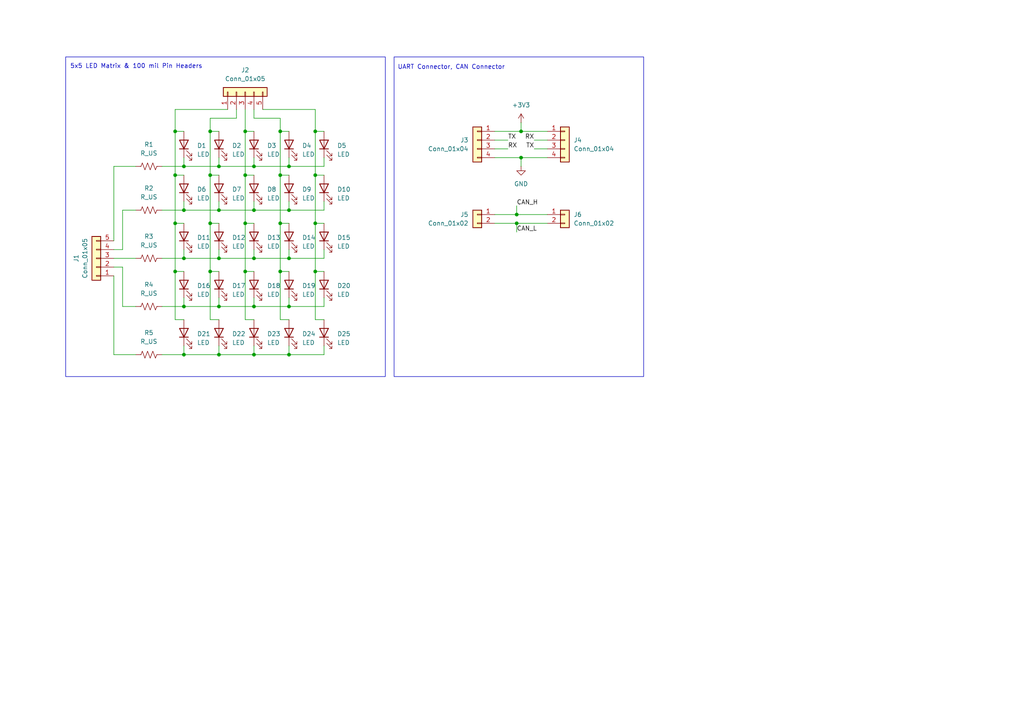
<source format=kicad_sch>
(kicad_sch (version 20231120) (generator "eeschema") (generator_version "8.0")
  (paper "A4")
  (lib_symbols
    (symbol "Connector_Generic:Conn_01x02" (pin_names (offset 1.016) hide)
      (property "Reference" "J" (at 0 2.54 0))
      (property "Value" "Conn_01x02" (at 0 -5.08 0))
      (symbol "Conn_01x02_1_1"
        (rectangle (start -1.27 -2.413) (end 0 -2.667) (stroke (width 0.1524)))
        (rectangle (start -1.27 0.127) (end 0 -0.127) (stroke (width 0.1524)))
        (rectangle (start -1.27 1.27) (end 1.27 -3.81) (stroke (width 0.254)) (fill (type background)))
        (pin passive line (at -5.08 0 0) (length 3.81) (name "Pin_1") (number "1"))
        (pin passive line (at -5.08 -2.54 0) (length 3.81) (name "Pin_2") (number "2"))
      )
    )
    (symbol "Connector_Generic:Conn_01x04" (pin_names (offset 1.016) hide)
      (property "Reference" "J" (at 0 5.08 0))
      (property "Value" "Conn_01x04" (at 0 -7.62 0))
      (symbol "Conn_01x04_1_1"
        (rectangle (start -1.27 -4.953) (end 0 -5.207) (stroke (width 0.1524)))
        (rectangle (start -1.27 -2.413) (end 0 -2.667) (stroke (width 0.1524)))
        (rectangle (start -1.27 0.127) (end 0 -0.127) (stroke (width 0.1524)))
        (rectangle (start -1.27 2.667) (end 0 2.413) (stroke (width 0.1524)))
        (rectangle (start -1.27 3.81) (end 1.27 -6.35) (stroke (width 0.254)) (fill (type background)))
        (pin passive line (at -5.08 2.54 0) (length 3.81) (name "Pin_1") (number "1"))
        (pin passive line (at -5.08 0 0) (length 3.81) (name "Pin_2") (number "2"))
        (pin passive line (at -5.08 -2.54 0) (length 3.81) (name "Pin_3") (number "3"))
        (pin passive line (at -5.08 -5.08 0) (length 3.81) (name "Pin_4") (number "4"))
      )
    )
    (symbol "Connector_Generic:Conn_01x05" (pin_names (offset 1.016) hide)
      (property "Reference" "J" (at 0 7.62 0))
      (property "Value" "Conn_01x05" (at 0 -7.62 0))
      (symbol "Conn_01x05_1_1"
        (rectangle (start -1.27 -4.953) (end 0 -5.207) (stroke (width 0.1524)))
        (rectangle (start -1.27 -2.413) (end 0 -2.667) (stroke (width 0.1524)))
        (rectangle (start -1.27 0.127) (end 0 -0.127) (stroke (width 0.1524)))
        (rectangle (start -1.27 2.667) (end 0 2.413) (stroke (width 0.1524)))
        (rectangle (start -1.27 5.207) (end 0 4.953) (stroke (width 0.1524)))
        (rectangle (start -1.27 6.35) (end 1.27 -6.35) (stroke (width 0.254)) (fill (type background)))
        (pin passive line (at -5.08 5.08 0) (length 3.81) (name "Pin_1") (number "1"))
        (pin passive line (at -5.08 2.54 0) (length 3.81) (name "Pin_2") (number "2"))
        (pin passive line (at -5.08 0 0) (length 3.81) (name "Pin_3") (number "3"))
        (pin passive line (at -5.08 -2.54 0) (length 3.81) (name "Pin_4") (number "4"))
        (pin passive line (at -5.08 -5.08 0) (length 3.81) (name "Pin_5") (number "5"))
      )
    )
    (symbol "Device:LED" (pin_numbers hide) (pin_names (offset 1.016) hide)
      (property "Reference" "D" (at 0 2.54 0))
      (property "Value" "LED" (at 0 -2.54 0))
      (symbol "LED_0_1"
        (polyline (pts (xy -1.27 -1.27) (xy -1.27 1.27)) (stroke (width 0.254)))
        (polyline (pts (xy -1.27 0) (xy 1.27 0)))
        (polyline (pts (xy 1.27 -1.27) (xy 1.27 1.27) (xy -1.27 0) (xy 1.27 -1.27)) (stroke (width 0.254)))
        (polyline (pts (xy -3.048 -0.762) (xy -4.572 -2.286) (xy -3.81 -2.286) (xy -4.572 -2.286) (xy -4.572 -1.524)))
        (polyline (pts (xy -1.778 -0.762) (xy -3.302 -2.286) (xy -2.54 -2.286) (xy -3.302 -2.286) (xy -3.302 -1.524)))
      )
      (symbol "LED_1_1"
        (pin passive line (at -3.81 0 0) (length 2.54) (name "K") (number "1"))
        (pin passive line (at 3.81 0 180) (length 2.54) (name "A") (number "2"))
      )
    )
    (symbol "Device:R_US" (pin_numbers hide) (pin_names (offset 0))
      (property "Reference" "R" (at 2.54 0 90))
      (property "Value" "R_US" (at -2.54 0 90))
      (symbol "R_US_0_1"
        (polyline (pts (xy 0 -2.286) (xy 0 -2.54)))
        (polyline (pts (xy 0 2.286) (xy 0 2.54)))
        (polyline (pts (xy 0 -0.762) (xy 1.016 -1.143) (xy 0 -1.524) (xy -1.016 -1.905) (xy 0 -2.286)))
        (polyline (pts (xy 0 0.762) (xy 1.016 0.381) (xy 0 0) (xy -1.016 -0.381) (xy 0 -0.762)))
        (polyline (pts (xy 0 2.286) (xy 1.016 1.905) (xy 0 1.524) (xy -1.016 1.143) (xy 0 0.762)))
      )
      (symbol "R_US_1_1"
        (pin passive line (at 0 3.81 270) (length 1.27) (name "~") (number "1"))
        (pin passive line (at 0 -3.81 90) (length 1.27) (name "~") (number "2"))
      )
    )
    (symbol "power:+3V3" (power) (pin_numbers hide) (pin_names (offset 0) hide)
      (property "Value" "+3V3" (at 0 3.556 0))
      (symbol "+3V3_0_1"
        (polyline (pts (xy -0.762 1.27) (xy 0 2.54)))
        (polyline (pts (xy 0 0) (xy 0 2.54)))
        (polyline (pts (xy 0 2.54) (xy 0.762 1.27)))
      )
      (symbol "+3V3_1_1"
        (pin power_in line (at 0 0 90) (length 0) (name "~") (number "1"))
      )
    )
    (symbol "power:GND" (power) (pin_numbers hide) (pin_names (offset 0) hide)
      (property "Value" "GND" (at 0 -3.81 0))
      (symbol "GND_0_1"
        (polyline (pts (xy 0 0) (xy 0 -1.27) (xy 1.27 -1.27) (xy 0 -2.54) (xy -1.27 -1.27) (xy 0 -1.27)))
      )
      (symbol "GND_1_1"
        (pin power_in line (at 0 0 270) (length 0) (name "~") (number "1"))
      )
    )
  )
  (junction (at 60.96 50.8))
  (junction (at 81.28 64.77))
  (junction (at 91.44 78.74))
  (junction (at 50.8 50.8))
  (junction (at 53.34 102.87))
  (junction (at 53.34 60.96))
  (junction (at 63.5 60.96))
  (junction (at 71.12 50.8))
  (junction (at 81.28 38.1))
  (junction (at 73.66 74.93))
  (junction (at 81.28 50.8))
  (junction (at 63.5 48.26))
  (junction (at 91.44 50.8))
  (junction (at 50.8 64.77))
  (junction (at 71.12 64.77))
  (junction (at 81.28 78.74))
  (junction (at 53.34 48.26))
  (junction (at 83.82 88.9))
  (junction (at 60.96 64.77))
  (junction (at 53.34 88.9))
  (junction (at 149.86 64.77))
  (junction (at 60.96 38.1))
  (junction (at 91.44 38.1))
  (junction (at 83.82 60.96))
  (junction (at 73.66 60.96))
  (junction (at 60.96 78.74))
  (junction (at 53.34 74.93))
  (junction (at 71.12 38.1))
  (junction (at 83.82 74.93))
  (junction (at 63.5 102.87))
  (junction (at 91.44 64.77))
  (junction (at 151.13 38.1))
  (junction (at 73.66 102.87))
  (junction (at 50.8 38.1))
  (junction (at 63.5 74.93))
  (junction (at 83.82 102.87))
  (junction (at 50.8 78.74))
  (junction (at 73.66 88.9))
  (junction (at 71.12 78.74))
  (junction (at 149.86 62.23))
  (junction (at 151.13 45.72))
  (junction (at 73.66 48.26))
  (junction (at 83.82 48.26))
  (junction (at 63.5 88.9))
  (wire (pts (xy 83.82 74.93) (xy 83.82 72.39)))
  (wire (pts (xy 50.8 38.1) (xy 53.34 38.1)))
  (wire (pts (xy 35.56 77.47) (xy 35.56 88.9)))
  (wire (pts (xy 53.34 60.96) (xy 63.5 60.96)))
  (wire (pts (xy 81.28 38.1) (xy 83.82 38.1)))
  (wire (pts (xy 76.2 31.75) (xy 91.44 31.75)))
  (wire (pts (xy 46.99 102.87) (xy 53.34 102.87)))
  (wire (pts (xy 83.82 48.26) (xy 83.82 45.72)))
  (wire (pts (xy 91.44 50.8) (xy 91.44 64.77)))
  (wire (pts (xy 93.98 88.9) (xy 93.98 86.36)))
  (wire (pts (xy 71.12 78.74) (xy 73.66 78.74)))
  (wire (pts (xy 33.02 74.93) (xy 39.37 74.93)))
  (wire (pts (xy 93.98 48.26) (xy 93.98 45.72)))
  (wire (pts (xy 91.44 92.71) (xy 93.98 92.71)))
  (wire (pts (xy 73.66 102.87) (xy 83.82 102.87)))
  (wire (pts (xy 60.96 38.1) (xy 63.5 38.1)))
  (wire (pts (xy 71.12 64.77) (xy 73.66 64.77)))
  (wire (pts (xy 50.8 78.74) (xy 53.34 78.74)))
  (wire (pts (xy 50.8 64.77) (xy 53.34 64.77)))
  (wire (pts (xy 39.37 60.96) (xy 35.56 60.96)))
  (wire (pts (xy 33.02 102.87) (xy 39.37 102.87)))
  (wire (pts (xy 71.12 78.74) (xy 71.12 92.71)))
  (wire (pts (xy 93.98 60.96) (xy 93.98 58.42)))
  (wire (pts (xy 91.44 78.74) (xy 91.44 92.71)))
  (wire (pts (xy 39.37 48.26) (xy 33.02 48.26)))
  (wire (pts (xy 66.04 31.75) (xy 50.8 31.75)))
  (wire (pts (xy 53.34 48.26) (xy 63.5 48.26)))
  (wire (pts (xy 63.5 74.93) (xy 73.66 74.93)))
  (wire (pts (xy 151.13 35.56) (xy 151.13 38.1)))
  (wire (pts (xy 53.34 48.26) (xy 53.34 45.72)))
  (wire (pts (xy 50.8 50.8) (xy 53.34 50.8)))
  (wire (pts (xy 81.28 64.77) (xy 81.28 78.74)))
  (wire (pts (xy 149.86 64.77) (xy 149.86 67.31)))
  (wire (pts (xy 35.56 60.96) (xy 35.56 72.39)))
  (wire (pts (xy 35.56 88.9) (xy 39.37 88.9)))
  (wire (pts (xy 93.98 102.87) (xy 93.98 100.33)))
  (wire (pts (xy 73.66 60.96) (xy 83.82 60.96)))
  (wire (pts (xy 83.82 60.96) (xy 93.98 60.96)))
  (wire (pts (xy 73.66 34.29) (xy 81.28 34.29)))
  (wire (pts (xy 91.44 78.74) (xy 93.98 78.74)))
  (wire (pts (xy 81.28 38.1) (xy 81.28 50.8)))
  (wire (pts (xy 63.5 102.87) (xy 73.66 102.87)))
  (wire (pts (xy 46.99 88.9) (xy 53.34 88.9)))
  (wire (pts (xy 73.66 74.93) (xy 83.82 74.93)))
  (wire (pts (xy 63.5 74.93) (xy 63.5 72.39)))
  (wire (pts (xy 46.99 60.96) (xy 53.34 60.96)))
  (wire (pts (xy 53.34 88.9) (xy 63.5 88.9)))
  (wire (pts (xy 143.51 62.23) (xy 149.86 62.23)))
  (wire (pts (xy 91.44 31.75) (xy 91.44 38.1)))
  (wire (pts (xy 81.28 34.29) (xy 81.28 38.1)))
  (wire (pts (xy 83.82 48.26) (xy 93.98 48.26)))
  (wire (pts (xy 33.02 80.01) (xy 33.02 102.87)))
  (wire (pts (xy 63.5 88.9) (xy 73.66 88.9)))
  (wire (pts (xy 71.12 50.8) (xy 71.12 64.77)))
  (wire (pts (xy 91.44 50.8) (xy 93.98 50.8)))
  (wire (pts (xy 60.96 92.71) (xy 63.5 92.71)))
  (wire (pts (xy 50.8 78.74) (xy 50.8 92.71)))
  (wire (pts (xy 50.8 50.8) (xy 50.8 64.77)))
  (wire (pts (xy 60.96 64.77) (xy 60.96 78.74)))
  (wire (pts (xy 143.51 43.18) (xy 147.32 43.18)))
  (wire (pts (xy 60.96 50.8) (xy 60.96 64.77)))
  (wire (pts (xy 93.98 74.93) (xy 93.98 72.39)))
  (wire (pts (xy 50.8 92.71) (xy 53.34 92.71)))
  (wire (pts (xy 63.5 48.26) (xy 63.5 45.72)))
  (wire (pts (xy 63.5 60.96) (xy 63.5 58.42)))
  (wire (pts (xy 143.51 64.77) (xy 149.86 64.77)))
  (wire (pts (xy 83.82 102.87) (xy 83.82 100.33)))
  (wire (pts (xy 60.96 78.74) (xy 60.96 92.71)))
  (wire (pts (xy 71.12 50.8) (xy 73.66 50.8)))
  (wire (pts (xy 33.02 77.47) (xy 35.56 77.47)))
  (wire (pts (xy 71.12 38.1) (xy 73.66 38.1)))
  (wire (pts (xy 73.66 102.87) (xy 73.66 100.33)))
  (wire (pts (xy 83.82 60.96) (xy 83.82 58.42)))
  (wire (pts (xy 91.44 64.77) (xy 93.98 64.77)))
  (wire (pts (xy 81.28 64.77) (xy 83.82 64.77)))
  (wire (pts (xy 73.66 48.26) (xy 83.82 48.26)))
  (wire (pts (xy 33.02 48.26) (xy 33.02 69.85)))
  (wire (pts (xy 63.5 48.26) (xy 73.66 48.26)))
  (wire (pts (xy 68.58 34.29) (xy 60.96 34.29)))
  (wire (pts (xy 143.51 45.72) (xy 151.13 45.72)))
  (wire (pts (xy 53.34 74.93) (xy 53.34 72.39)))
  (wire (pts (xy 73.66 48.26) (xy 73.66 45.72)))
  (wire (pts (xy 50.8 31.75) (xy 50.8 38.1)))
  (wire (pts (xy 35.56 72.39) (xy 33.02 72.39)))
  (wire (pts (xy 149.86 59.69) (xy 149.86 62.23)))
  (wire (pts (xy 81.28 92.71) (xy 83.82 92.71)))
  (wire (pts (xy 151.13 45.72) (xy 158.75 45.72)))
  (wire (pts (xy 63.5 102.87) (xy 63.5 100.33)))
  (wire (pts (xy 73.66 88.9) (xy 83.82 88.9)))
  (wire (pts (xy 91.44 38.1) (xy 93.98 38.1)))
  (wire (pts (xy 154.94 43.18) (xy 158.75 43.18)))
  (wire (pts (xy 151.13 38.1) (xy 158.75 38.1)))
  (wire (pts (xy 71.12 31.75) (xy 71.12 38.1)))
  (wire (pts (xy 60.96 50.8) (xy 63.5 50.8)))
  (wire (pts (xy 60.96 64.77) (xy 63.5 64.77)))
  (wire (pts (xy 73.66 60.96) (xy 73.66 58.42)))
  (wire (pts (xy 83.82 102.87) (xy 93.98 102.87)))
  (wire (pts (xy 154.94 40.64) (xy 158.75 40.64)))
  (wire (pts (xy 53.34 102.87) (xy 53.34 100.33)))
  (wire (pts (xy 81.28 50.8) (xy 83.82 50.8)))
  (wire (pts (xy 83.82 88.9) (xy 93.98 88.9)))
  (wire (pts (xy 151.13 45.72) (xy 151.13 48.26)))
  (wire (pts (xy 143.51 38.1) (xy 151.13 38.1)))
  (wire (pts (xy 50.8 64.77) (xy 50.8 78.74)))
  (wire (pts (xy 91.44 38.1) (xy 91.44 50.8)))
  (wire (pts (xy 71.12 38.1) (xy 71.12 50.8)))
  (wire (pts (xy 81.28 50.8) (xy 81.28 64.77)))
  (wire (pts (xy 60.96 78.74) (xy 63.5 78.74)))
  (wire (pts (xy 53.34 74.93) (xy 63.5 74.93)))
  (wire (pts (xy 53.34 102.87) (xy 63.5 102.87)))
  (wire (pts (xy 50.8 38.1) (xy 50.8 50.8)))
  (wire (pts (xy 149.86 62.23) (xy 158.75 62.23)))
  (wire (pts (xy 83.82 88.9) (xy 83.82 86.36)))
  (wire (pts (xy 73.66 74.93) (xy 73.66 72.39)))
  (wire (pts (xy 81.28 78.74) (xy 83.82 78.74)))
  (wire (pts (xy 53.34 88.9) (xy 53.34 86.36)))
  (wire (pts (xy 149.86 64.77) (xy 158.75 64.77)))
  (wire (pts (xy 63.5 88.9) (xy 63.5 86.36)))
  (wire (pts (xy 68.58 31.75) (xy 68.58 34.29)))
  (wire (pts (xy 81.28 78.74) (xy 81.28 92.71)))
  (wire (pts (xy 60.96 34.29) (xy 60.96 38.1)))
  (wire (pts (xy 143.51 40.64) (xy 147.32 40.64)))
  (wire (pts (xy 46.99 48.26) (xy 53.34 48.26)))
  (wire (pts (xy 60.96 38.1) (xy 60.96 50.8)))
  (wire (pts (xy 73.66 88.9) (xy 73.66 86.36)))
  (wire (pts (xy 46.99 74.93) (xy 53.34 74.93)))
  (wire (pts (xy 63.5 60.96) (xy 73.66 60.96)))
  (wire (pts (xy 83.82 74.93) (xy 93.98 74.93)))
  (wire (pts (xy 53.34 60.96) (xy 53.34 58.42)))
  (wire (pts (xy 71.12 92.71) (xy 73.66 92.71)))
  (wire (pts (xy 71.12 64.77) (xy 71.12 78.74)))
  (wire (pts (xy 91.44 64.77) (xy 91.44 78.74)))
  (wire (pts (xy 73.66 31.75) (xy 73.66 34.29)))
  (rectangle (start 114.3 16.51) (end 186.69 109.22))
  (rectangle (start 19.05 16.51) (end 111.76 109.22))
  (text "5x5 LED Matrix & 100 mil Pin Headers\n" (at 20.32 19.304 0) (effects (font (size 1.27 1.27)) (justify left)))
  (text "UART Connector, CAN Connector" (at 115.316 19.558 0) (effects (font (size 1.27 1.27)) (justify left)))
  (label "CAN_L" (at 149.86 67.31 0))
  (label "TX" (at 154.94 43.18 180))
  (label "CAN_H" (at 149.86 59.69 0))
  (label "TX" (at 147.32 40.64 0))
  (label "RX" (at 147.32 43.18 0))
  (label "RX" (at 154.94 40.64 180))
  (symbol (lib_id "Device:LED") (at 83.82 41.91 90) (unit 1)
    (property "Reference" "D4" (at 87.63 42.2274 90) (effects (justify right)))
    (property "Value" "LED" (at 87.63 44.7674 90) (effects (justify right)))
    (property "Footprint" "LED_THT:LED_D3.0mm" (effects (hide yes)))
    (property "Description" "Light emitting diode" (effects (hide yes)))
  )
  (symbol (lib_id "Device:LED") (at 63.5 68.58 90) (unit 1)
    (property "Reference" "D12" (at 67.31 68.8974 90) (effects (justify right)))
    (property "Value" "LED" (at 67.31 71.4374 90) (effects (justify right)))
    (property "Footprint" "LED_THT:LED_D3.0mm" (effects (hide yes)))
    (property "Description" "Light emitting diode" (effects (hide yes)))
  )
  (symbol (lib_id "Device:LED") (at 93.98 82.55 90) (unit 1)
    (property "Reference" "D20" (at 97.79 82.8674 90) (effects (justify right)))
    (property "Value" "LED" (at 97.79 85.4074 90) (effects (justify right)))
    (property "Footprint" "LED_THT:LED_D3.0mm" (effects (hide yes)))
    (property "Description" "Light emitting diode" (effects (hide yes)))
  )
  (symbol (lib_id "Device:LED") (at 53.34 41.91 90) (unit 1)
    (property "Reference" "D1" (at 57.15 42.2274 90) (effects (justify right)))
    (property "Value" "LED" (at 57.15 44.7674 90) (effects (justify right)))
    (property "Footprint" "LED_THT:LED_D3.0mm" (effects (hide yes)))
    (property "Description" "Light emitting diode" (effects (hide yes)))
  )
  (symbol (lib_id "Device:LED") (at 53.34 68.58 90) (unit 1)
    (property "Reference" "D11" (at 57.15 68.8974 90) (effects (justify right)))
    (property "Value" "LED" (at 57.15 71.4374 90) (effects (justify right)))
    (property "Footprint" "LED_THT:LED_D3.0mm" (effects (hide yes)))
    (property "Description" "Light emitting diode" (effects (hide yes)))
  )
  (symbol (lib_id "Device:LED") (at 63.5 96.52 90) (unit 1)
    (property "Reference" "D22" (at 67.31 96.8374 90) (effects (justify right)))
    (property "Value" "LED" (at 67.31 99.3774 90) (effects (justify right)))
    (property "Footprint" "LED_THT:LED_D3.0mm" (effects (hide yes)))
    (property "Description" "Light emitting diode" (effects (hide yes)))
  )
  (symbol (lib_id "Device:R_US") (at 43.18 88.9 90) (unit 1)
    (property "Reference" "R4" (at 43.18 82.55 90))
    (property "Value" "R_US" (at 43.18 85.09 90))
    (property "Footprint" "Resistor_THT:R_Axial_DIN0207_L6.3mm_D2.5mm_P7.62mm_Horizontal" (effects (hide yes)))
    (property "Description" "Resistor, US symbol" (effects (hide yes)))
  )
  (symbol (lib_id "Device:R_US") (at 43.18 102.87 90) (unit 1)
    (property "Reference" "R5" (at 43.18 96.52 90))
    (property "Value" "R_US" (at 43.18 99.06 90))
    (property "Footprint" "Resistor_THT:R_Axial_DIN0207_L6.3mm_D2.5mm_P7.62mm_Horizontal" (effects (hide yes)))
    (property "Description" "Resistor, US symbol" (effects (hide yes)))
  )
  (symbol (lib_id "Device:LED") (at 83.82 54.61 90) (unit 1)
    (property "Reference" "D9" (at 87.63 54.9274 90) (effects (justify right)))
    (property "Value" "LED" (at 87.63 57.4674 90) (effects (justify right)))
    (property "Footprint" "LED_THT:LED_D3.0mm" (effects (hide yes)))
    (property "Description" "Light emitting diode" (effects (hide yes)))
  )
  (symbol (lib_id "Device:LED") (at 73.66 41.91 90) (unit 1)
    (property "Reference" "D3" (at 77.47 42.2274 90) (effects (justify right)))
    (property "Value" "LED" (at 77.47 44.7674 90) (effects (justify right)))
    (property "Footprint" "LED_THT:LED_D3.0mm" (effects (hide yes)))
    (property "Description" "Light emitting diode" (effects (hide yes)))
  )
  (symbol (lib_id "Device:LED") (at 73.66 96.52 90) (unit 1)
    (property "Reference" "D23" (at 77.47 96.8374 90) (effects (justify right)))
    (property "Value" "LED" (at 77.47 99.3774 90) (effects (justify right)))
    (property "Footprint" "LED_THT:LED_D3.0mm" (effects (hide yes)))
    (property "Description" "Light emitting diode" (effects (hide yes)))
  )
  (symbol (lib_id "Connector_Generic:Conn_01x04") (at 163.83 40.64 0) (unit 1)
    (property "Reference" "J4" (at 166.37 40.6399 0) (effects (justify left)))
    (property "Value" "Conn_01x04" (at 166.37 43.1799 0) (effects (justify left)))
    (property "Footprint" "Connector_JST:JST_GH_BM04B-GHS-TBT_1x04-1MP_P1.25mm_Vertical" (effects (hide yes)))
    (property "Description" "Generic connector, single row, 01x04, script generated (kicad-library-utils/schlib/autogen/connector/)" (effects (hide yes)))
  )
  (symbol (lib_id "Device:LED") (at 93.98 54.61 90) (unit 1)
    (property "Reference" "D10" (at 97.79 54.9274 90) (effects (justify right)))
    (property "Value" "LED" (at 97.79 57.4674 90) (effects (justify right)))
    (property "Footprint" "LED_THT:LED_D3.0mm" (effects (hide yes)))
    (property "Description" "Light emitting diode" (effects (hide yes)))
  )
  (symbol (lib_id "Device:LED") (at 93.98 96.52 90) (unit 1)
    (property "Reference" "D25" (at 97.79 96.8374 90) (effects (justify right)))
    (property "Value" "LED" (at 97.79 99.3774 90) (effects (justify right)))
    (property "Footprint" "LED_THT:LED_D3.0mm" (effects (hide yes)))
    (property "Description" "Light emitting diode" (effects (hide yes)))
  )
  (symbol (lib_id "Device:LED") (at 73.66 68.58 90) (unit 1)
    (property "Reference" "D13" (at 77.47 68.8974 90) (effects (justify right)))
    (property "Value" "LED" (at 77.47 71.4374 90) (effects (justify right)))
    (property "Footprint" "LED_THT:LED_D3.0mm" (effects (hide yes)))
    (property "Description" "Light emitting diode" (effects (hide yes)))
  )
  (symbol (lib_id "Device:LED") (at 83.82 68.58 90) (unit 1)
    (property "Reference" "D14" (at 87.63 68.8974 90) (effects (justify right)))
    (property "Value" "LED" (at 87.63 71.4374 90) (effects (justify right)))
    (property "Footprint" "LED_THT:LED_D3.0mm" (effects (hide yes)))
    (property "Description" "Light emitting diode" (effects (hide yes)))
  )
  (symbol (lib_id "Connector_Generic:Conn_01x02") (at 163.83 62.23 0) (unit 1)
    (property "Reference" "J6" (at 166.37 62.2299 0) (effects (justify left)))
    (property "Value" "Conn_01x02" (at 166.37 64.7699 0) (effects (justify left)))
    (property "Footprint" "Connector_JST:JST_GH_BM02B-GHS-TBT_1x02-1MP_P1.25mm_Vertical" (effects (hide yes)))
    (property "Description" "Generic connector, single row, 01x02, script generated (kicad-library-utils/schlib/autogen/connector/)" (effects (hide yes)))
  )
  (symbol (lib_id "Device:LED") (at 63.5 82.55 90) (unit 1)
    (property "Reference" "D17" (at 67.31 82.8674 90) (effects (justify right)))
    (property "Value" "LED" (at 67.31 85.4074 90) (effects (justify right)))
    (property "Footprint" "LED_THT:LED_D3.0mm" (effects (hide yes)))
    (property "Description" "Light emitting diode" (effects (hide yes)))
  )
  (symbol (lib_id "Device:LED") (at 83.82 96.52 90) (unit 1)
    (property "Reference" "D24" (at 87.63 96.8374 90) (effects (justify right)))
    (property "Value" "LED" (at 87.63 99.3774 90) (effects (justify right)))
    (property "Footprint" "LED_THT:LED_D3.0mm" (effects (hide yes)))
    (property "Description" "Light emitting diode" (effects (hide yes)))
  )
  (symbol (lib_id "Device:LED") (at 63.5 41.91 90) (unit 1)
    (property "Reference" "D2" (at 67.31 42.2274 90) (effects (justify right)))
    (property "Value" "LED" (at 67.31 44.7674 90) (effects (justify right)))
    (property "Footprint" "LED_THT:LED_D3.0mm" (effects (hide yes)))
    (property "Description" "Light emitting diode" (effects (hide yes)))
  )
  (symbol (lib_id "Device:R_US") (at 43.18 48.26 90) (unit 1)
    (property "Reference" "R1" (at 43.18 41.91 90))
    (property "Value" "R_US" (at 43.18 44.45 90))
    (property "Footprint" "Resistor_THT:R_Axial_DIN0207_L6.3mm_D2.5mm_P7.62mm_Horizontal" (effects (hide yes)))
    (property "Description" "Resistor, US symbol" (effects (hide yes)))
  )
  (symbol (lib_id "Device:LED") (at 83.82 82.55 90) (unit 1)
    (property "Reference" "D19" (at 87.63 82.8674 90) (effects (justify right)))
    (property "Value" "LED" (at 87.63 85.4074 90) (effects (justify right)))
    (property "Footprint" "LED_THT:LED_D3.0mm" (effects (hide yes)))
    (property "Description" "Light emitting diode" (effects (hide yes)))
  )
  (symbol (lib_id "Device:R_US") (at 43.18 60.96 90) (unit 1)
    (property "Reference" "R2" (at 43.18 54.61 90))
    (property "Value" "R_US" (at 43.18 57.15 90))
    (property "Footprint" "Resistor_THT:R_Axial_DIN0207_L6.3mm_D2.5mm_P7.62mm_Horizontal" (effects (hide yes)))
    (property "Description" "Resistor, US symbol" (effects (hide yes)))
  )
  (symbol (lib_id "Device:LED") (at 73.66 54.61 90) (unit 1)
    (property "Reference" "D8" (at 77.47 54.9274 90) (effects (justify right)))
    (property "Value" "LED" (at 77.47 57.4674 90) (effects (justify right)))
    (property "Footprint" "LED_THT:LED_D3.0mm" (effects (hide yes)))
    (property "Description" "Light emitting diode" (effects (hide yes)))
  )
  (symbol (lib_id "power:GND") (at 151.13 48.26 0) (unit 1)
    (property "Reference" "#PWR02" (effects (hide yes)))
    (property "Value" "GND" (at 151.13 53.34 0))
    (property "Description" "Power symbol creates a global label with name \"GND\" , ground" (effects (hide yes)))
  )
  (symbol (lib_id "power:+3V3") (at 151.13 35.56 0) (unit 1)
    (property "Reference" "#PWR01" (effects (hide yes)))
    (property "Value" "+3V3" (at 151.13 30.48 0))
    (property "Description" "Power symbol creates a global label with name \"+3V3\"" (effects (hide yes)))
  )
  (symbol (lib_id "Device:R_US") (at 43.18 74.93 90) (unit 1)
    (property "Reference" "R3" (at 43.18 68.58 90))
    (property "Value" "R_US" (at 43.18 71.12 90))
    (property "Footprint" "Resistor_THT:R_Axial_DIN0207_L6.3mm_D2.5mm_P7.62mm_Horizontal" (effects (hide yes)))
    (property "Description" "Resistor, US symbol" (effects (hide yes)))
  )
  (symbol (lib_id "Device:LED") (at 93.98 68.58 90) (unit 1)
    (property "Reference" "D15" (at 97.79 68.8974 90) (effects (justify right)))
    (property "Value" "LED" (at 97.79 71.4374 90) (effects (justify right)))
    (property "Footprint" "LED_THT:LED_D3.0mm" (effects (hide yes)))
    (property "Description" "Light emitting diode" (effects (hide yes)))
  )
  (symbol (lib_id "Connector_Generic:Conn_01x04") (at 138.43 40.64 0) (mirror y) (unit 1)
    (property "Reference" "J3" (at 135.89 40.6399 0) (effects (justify left)))
    (property "Value" "Conn_01x04" (at 135.89 43.1799 0) (effects (justify left)))
    (property "Footprint" "Connector_JST:JST_GH_BM04B-GHS-TBT_1x04-1MP_P1.25mm_Vertical" (effects (hide yes)))
    (property "Description" "Generic connector, single row, 01x04, script generated (kicad-library-utils/schlib/autogen/connector/)" (effects (hide yes)))
  )
  (symbol (lib_id "Device:LED") (at 93.98 41.91 90) (unit 1)
    (property "Reference" "D5" (at 97.79 42.2274 90) (effects (justify right)))
    (property "Value" "LED" (at 97.79 44.7674 90) (effects (justify right)))
    (property "Footprint" "LED_THT:LED_D3.0mm" (effects (hide yes)))
    (property "Description" "Light emitting diode" (effects (hide yes)))
  )
  (symbol (lib_id "Connector_Generic:Conn_01x05") (at 71.12 26.67 90) (unit 1)
    (property "Reference" "J2" (at 71.12 20.32 90))
    (property "Value" "Conn_01x05" (at 71.12 22.86 90))
    (property "Footprint" "Connector_PinHeader_2.54mm:PinHeader_1x05_P2.54mm_Vertical" (effects (hide yes)))
    (property "Description" "Generic connector, single row, 01x05, script generated (kicad-library-utils/schlib/autogen/connector/)" (effects (hide yes)))
  )
  (symbol (lib_id "Device:LED") (at 53.34 96.52 90) (unit 1)
    (property "Reference" "D21" (at 57.15 96.8374 90) (effects (justify right)))
    (property "Value" "LED" (at 57.15 99.3774 90) (effects (justify right)))
    (property "Footprint" "LED_THT:LED_D3.0mm" (effects (hide yes)))
    (property "Description" "Light emitting diode" (effects (hide yes)))
  )
  (symbol (lib_id "Connector_Generic:Conn_01x02") (at 138.43 62.23 0) (mirror y) (unit 1)
    (property "Reference" "J5" (at 135.89 62.2299 0) (effects (justify left)))
    (property "Value" "Conn_01x02" (at 135.89 64.7699 0) (effects (justify left)))
    (property "Footprint" "Connector_JST:JST_GH_BM02B-GHS-TBT_1x02-1MP_P1.25mm_Vertical" (effects (hide yes)))
    (property "Description" "Generic connector, single row, 01x02, script generated (kicad-library-utils/schlib/autogen/connector/)" (effects (hide yes)))
  )
  (symbol (lib_id "Device:LED") (at 53.34 54.61 90) (unit 1)
    (property "Reference" "D6" (at 57.15 54.9274 90) (effects (justify right)))
    (property "Value" "LED" (at 57.15 57.4674 90) (effects (justify right)))
    (property "Footprint" "LED_THT:LED_D3.0mm" (effects (hide yes)))
    (property "Description" "Light emitting diode" (effects (hide yes)))
  )
  (symbol (lib_id "Device:LED") (at 73.66 82.55 90) (unit 1)
    (property "Reference" "D18" (at 77.47 82.8674 90) (effects (justify right)))
    (property "Value" "LED" (at 77.47 85.4074 90) (effects (justify right)))
    (property "Footprint" "LED_THT:LED_D3.0mm" (effects (hide yes)))
    (property "Description" "Light emitting diode" (effects (hide yes)))
  )
  (symbol (lib_id "Device:LED") (at 53.34 82.55 90) (unit 1)
    (property "Reference" "D16" (at 57.15 82.8674 90) (effects (justify right)))
    (property "Value" "LED" (at 57.15 85.4074 90) (effects (justify right)))
    (property "Footprint" "LED_THT:LED_D3.0mm" (effects (hide yes)))
    (property "Description" "Light emitting diode" (effects (hide yes)))
  )
  (symbol (lib_id "Connector_Generic:Conn_01x05") (at 27.94 74.93 180) (unit 1)
    (property "Reference" "J1" (at 22.098 74.93 90))
    (property "Value" "Conn_01x05" (at 24.638 74.93 90))
    (property "Footprint" "Connector_PinHeader_2.54mm:PinHeader_1x05_P2.54mm_Vertical" (effects (hide yes)))
    (property "Description" "Generic connector, single row, 01x05, script generated (kicad-library-utils/schlib/autogen/connector/)" (effects (hide yes)))
  )
  (symbol (lib_id "Device:LED") (at 63.5 54.61 90) (unit 1)
    (property "Reference" "D7" (at 67.31 54.9274 90) (effects (justify right)))
    (property "Value" "LED" (at 67.31 57.4674 90) (effects (justify right)))
    (property "Footprint" "LED_THT:LED_D3.0mm" (effects (hide yes)))
    (property "Description" "Light emitting diode" (effects (hide yes)))
  )
)
</source>
